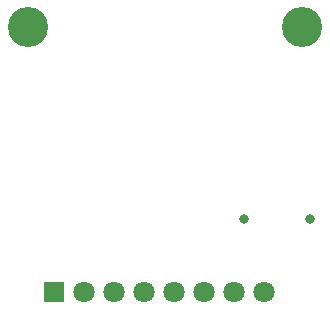
<source format=gbs>
%FSLAX44Y44*%
%MOMM*%
G71*
G01*
G75*
G04 Layer_Color=16711935*
G04:AMPARAMS|DCode=10|XSize=0.8mm|YSize=0.35mm|CornerRadius=0.0438mm|HoleSize=0mm|Usage=FLASHONLY|Rotation=90.000|XOffset=0mm|YOffset=0mm|HoleType=Round|Shape=RoundedRectangle|*
%AMROUNDEDRECTD10*
21,1,0.8000,0.2625,0,0,90.0*
21,1,0.7125,0.3500,0,0,90.0*
1,1,0.0875,0.1313,0.3563*
1,1,0.0875,0.1313,-0.3563*
1,1,0.0875,-0.1313,-0.3563*
1,1,0.0875,-0.1313,0.3563*
%
%ADD10ROUNDEDRECTD10*%
%ADD11R,2.6000X2.7000*%
G04:AMPARAMS|DCode=12|XSize=0.85mm|YSize=0.35mm|CornerRadius=0.0438mm|HoleSize=0mm|Usage=FLASHONLY|Rotation=180.000|XOffset=0mm|YOffset=0mm|HoleType=Round|Shape=RoundedRectangle|*
%AMROUNDEDRECTD12*
21,1,0.8500,0.2625,0,0,180.0*
21,1,0.7625,0.3500,0,0,180.0*
1,1,0.0875,-0.3812,0.1313*
1,1,0.0875,0.3812,0.1313*
1,1,0.0875,0.3812,-0.1313*
1,1,0.0875,-0.3812,-0.1313*
%
%ADD12ROUNDEDRECTD12*%
%ADD13C,1.0160*%
%ADD14R,0.9700X1.7300*%
G04:AMPARAMS|DCode=15|XSize=1.35mm|YSize=0.6mm|CornerRadius=0.075mm|HoleSize=0mm|Usage=FLASHONLY|Rotation=90.000|XOffset=0mm|YOffset=0mm|HoleType=Round|Shape=RoundedRectangle|*
%AMROUNDEDRECTD15*
21,1,1.3500,0.4500,0,0,90.0*
21,1,1.2000,0.6000,0,0,90.0*
1,1,0.1500,0.2250,0.6000*
1,1,0.1500,0.2250,-0.6000*
1,1,0.1500,-0.2250,-0.6000*
1,1,0.1500,-0.2250,0.6000*
%
%ADD15ROUNDEDRECTD15*%
%ADD16R,1.1600X1.8200*%
%ADD17R,1.8200X1.1600*%
%ADD18R,1.7300X0.9700*%
%ADD19C,0.3500*%
%ADD20C,0.4000*%
%ADD21C,1.6000*%
%ADD22R,1.6000X1.6000*%
%ADD23C,3.2000*%
%ADD24C,0.6000*%
%ADD25C,0.2000*%
%ADD26C,0.1270*%
G04:AMPARAMS|DCode=27|XSize=1mm|YSize=0.55mm|CornerRadius=0.1437mm|HoleSize=0mm|Usage=FLASHONLY|Rotation=90.000|XOffset=0mm|YOffset=0mm|HoleType=Round|Shape=RoundedRectangle|*
%AMROUNDEDRECTD27*
21,1,1.0000,0.2625,0,0,90.0*
21,1,0.7125,0.5500,0,0,90.0*
1,1,0.2875,0.1313,0.3563*
1,1,0.2875,0.1313,-0.3563*
1,1,0.2875,-0.1313,-0.3563*
1,1,0.2875,-0.1313,0.3563*
%
%ADD27ROUNDEDRECTD27*%
%ADD28R,2.8000X2.9000*%
G04:AMPARAMS|DCode=29|XSize=1.05mm|YSize=0.55mm|CornerRadius=0.1437mm|HoleSize=0mm|Usage=FLASHONLY|Rotation=180.000|XOffset=0mm|YOffset=0mm|HoleType=Round|Shape=RoundedRectangle|*
%AMROUNDEDRECTD29*
21,1,1.0500,0.2625,0,0,180.0*
21,1,0.7625,0.5500,0,0,180.0*
1,1,0.2875,-0.3812,0.1313*
1,1,0.2875,0.3812,0.1313*
1,1,0.2875,0.3812,-0.1313*
1,1,0.2875,-0.3812,-0.1313*
%
%ADD29ROUNDEDRECTD29*%
%ADD30C,3.0480*%
%ADD31R,1.1700X1.9300*%
G04:AMPARAMS|DCode=32|XSize=1.55mm|YSize=0.8mm|CornerRadius=0.175mm|HoleSize=0mm|Usage=FLASHONLY|Rotation=90.000|XOffset=0mm|YOffset=0mm|HoleType=Round|Shape=RoundedRectangle|*
%AMROUNDEDRECTD32*
21,1,1.5500,0.4500,0,0,90.0*
21,1,1.2000,0.8000,0,0,90.0*
1,1,0.3500,0.2250,0.6000*
1,1,0.3500,0.2250,-0.6000*
1,1,0.3500,-0.2250,-0.6000*
1,1,0.3500,-0.2250,0.6000*
%
%ADD32ROUNDEDRECTD32*%
%ADD33R,1.3600X2.0200*%
%ADD34R,2.0200X1.3600*%
%ADD35R,1.9300X1.1700*%
%ADD36C,1.8000*%
%ADD37R,1.8000X1.8000*%
%ADD38C,3.4000*%
%ADD39C,0.8000*%
D36*
X243900Y35000D02*
D03*
X218500D02*
D03*
X193100D02*
D03*
X167700D02*
D03*
X142300D02*
D03*
X116900D02*
D03*
X91500D02*
D03*
D37*
X66100D02*
D03*
D38*
X276000Y259000D02*
D03*
X44000D02*
D03*
D39*
X227000Y97000D02*
D03*
X283000D02*
D03*
M02*

</source>
